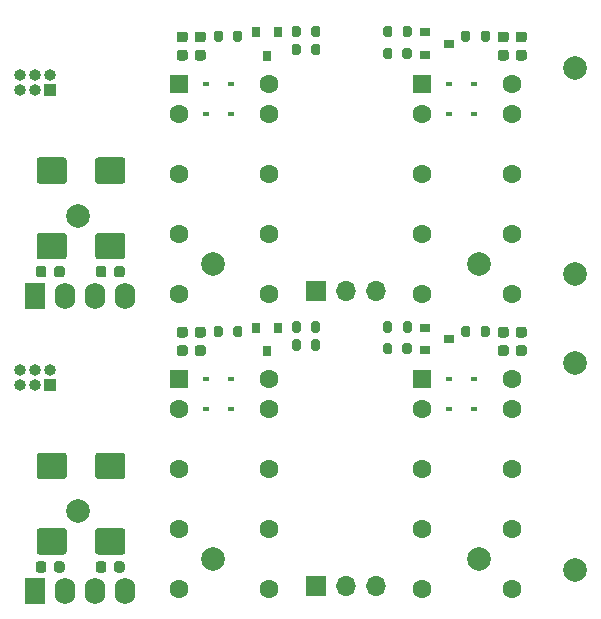
<source format=gbr>
%TF.GenerationSoftware,KiCad,Pcbnew,(5.1.10)-1*%
%TF.CreationDate,2022-01-17T19:26:09+07:00*%
%TF.ProjectId,Fan_controller_v3_pnlz1x2,46616e5f-636f-46e7-9472-6f6c6c65725f,rev?*%
%TF.SameCoordinates,Original*%
%TF.FileFunction,Soldermask,Bot*%
%TF.FilePolarity,Negative*%
%FSLAX46Y46*%
G04 Gerber Fmt 4.6, Leading zero omitted, Abs format (unit mm)*
G04 Created by KiCad (PCBNEW (5.1.10)-1) date 2022-01-17 19:26:09*
%MOMM*%
%LPD*%
G01*
G04 APERTURE LIST*
%ADD10C,2.000000*%
%ADD11R,0.600000X0.450000*%
%ADD12R,1.600000X1.600000*%
%ADD13C,1.600000*%
%ADD14R,1.750000X2.250000*%
%ADD15O,1.750000X2.250000*%
%ADD16O,1.700000X1.700000*%
%ADD17R,1.700000X1.700000*%
%ADD18R,0.800000X0.900000*%
%ADD19R,0.900000X0.800000*%
%ADD20R,1.000000X1.000000*%
%ADD21O,1.000000X1.000000*%
G04 APERTURE END LIST*
%TO.C,C3*%
G36*
G01*
X97241000Y-92491500D02*
X97741000Y-92491500D01*
G75*
G02*
X97966000Y-92716500I0J-225000D01*
G01*
X97966000Y-93166500D01*
G75*
G02*
X97741000Y-93391500I-225000J0D01*
G01*
X97241000Y-93391500D01*
G75*
G02*
X97016000Y-93166500I0J225000D01*
G01*
X97016000Y-92716500D01*
G75*
G02*
X97241000Y-92491500I225000J0D01*
G01*
G37*
G36*
G01*
X97241000Y-94041500D02*
X97741000Y-94041500D01*
G75*
G02*
X97966000Y-94266500I0J-225000D01*
G01*
X97966000Y-94716500D01*
G75*
G02*
X97741000Y-94941500I-225000J0D01*
G01*
X97241000Y-94941500D01*
G75*
G02*
X97016000Y-94716500I0J225000D01*
G01*
X97016000Y-94266500D01*
G75*
G02*
X97241000Y-94041500I225000J0D01*
G01*
G37*
%TD*%
%TO.C,C4*%
G36*
G01*
X95717000Y-92491500D02*
X96217000Y-92491500D01*
G75*
G02*
X96442000Y-92716500I0J-225000D01*
G01*
X96442000Y-93166500D01*
G75*
G02*
X96217000Y-93391500I-225000J0D01*
G01*
X95717000Y-93391500D01*
G75*
G02*
X95492000Y-93166500I0J225000D01*
G01*
X95492000Y-92716500D01*
G75*
G02*
X95717000Y-92491500I225000J0D01*
G01*
G37*
G36*
G01*
X95717000Y-94041500D02*
X96217000Y-94041500D01*
G75*
G02*
X96442000Y-94266500I0J-225000D01*
G01*
X96442000Y-94716500D01*
G75*
G02*
X96217000Y-94941500I-225000J0D01*
G01*
X95717000Y-94941500D01*
G75*
G02*
X95492000Y-94716500I0J225000D01*
G01*
X95492000Y-94266500D01*
G75*
G02*
X95717000Y-94041500I225000J0D01*
G01*
G37*
%TD*%
%TO.C,C11*%
G36*
G01*
X124419000Y-92491500D02*
X124919000Y-92491500D01*
G75*
G02*
X125144000Y-92716500I0J-225000D01*
G01*
X125144000Y-93166500D01*
G75*
G02*
X124919000Y-93391500I-225000J0D01*
G01*
X124419000Y-93391500D01*
G75*
G02*
X124194000Y-93166500I0J225000D01*
G01*
X124194000Y-92716500D01*
G75*
G02*
X124419000Y-92491500I225000J0D01*
G01*
G37*
G36*
G01*
X124419000Y-94041500D02*
X124919000Y-94041500D01*
G75*
G02*
X125144000Y-94266500I0J-225000D01*
G01*
X125144000Y-94716500D01*
G75*
G02*
X124919000Y-94941500I-225000J0D01*
G01*
X124419000Y-94941500D01*
G75*
G02*
X124194000Y-94716500I0J225000D01*
G01*
X124194000Y-94266500D01*
G75*
G02*
X124419000Y-94041500I225000J0D01*
G01*
G37*
%TD*%
%TO.C,C12*%
G36*
G01*
X122895000Y-92491500D02*
X123395000Y-92491500D01*
G75*
G02*
X123620000Y-92716500I0J-225000D01*
G01*
X123620000Y-93166500D01*
G75*
G02*
X123395000Y-93391500I-225000J0D01*
G01*
X122895000Y-93391500D01*
G75*
G02*
X122670000Y-93166500I0J225000D01*
G01*
X122670000Y-92716500D01*
G75*
G02*
X122895000Y-92491500I225000J0D01*
G01*
G37*
G36*
G01*
X122895000Y-94041500D02*
X123395000Y-94041500D01*
G75*
G02*
X123620000Y-94266500I0J-225000D01*
G01*
X123620000Y-94716500D01*
G75*
G02*
X123395000Y-94941500I-225000J0D01*
G01*
X122895000Y-94941500D01*
G75*
G02*
X122670000Y-94716500I0J225000D01*
G01*
X122670000Y-94266500D01*
G75*
G02*
X122895000Y-94041500I225000J0D01*
G01*
G37*
%TD*%
%TO.C,C1*%
G36*
G01*
X85943001Y-111783000D02*
X83892999Y-111783000D01*
G75*
G02*
X83643000Y-111533001I0J249999D01*
G01*
X83643000Y-109782999D01*
G75*
G02*
X83892999Y-109533000I249999J0D01*
G01*
X85943001Y-109533000D01*
G75*
G02*
X86193000Y-109782999I0J-249999D01*
G01*
X86193000Y-111533001D01*
G75*
G02*
X85943001Y-111783000I-249999J0D01*
G01*
G37*
G36*
G01*
X85943001Y-105383000D02*
X83892999Y-105383000D01*
G75*
G02*
X83643000Y-105133001I0J249999D01*
G01*
X83643000Y-103382999D01*
G75*
G02*
X83892999Y-103133000I249999J0D01*
G01*
X85943001Y-103133000D01*
G75*
G02*
X86193000Y-103382999I0J-249999D01*
G01*
X86193000Y-105133001D01*
G75*
G02*
X85943001Y-105383000I-249999J0D01*
G01*
G37*
%TD*%
%TO.C,C2*%
G36*
G01*
X83566000Y-113067000D02*
X83566000Y-112567000D01*
G75*
G02*
X83791000Y-112342000I225000J0D01*
G01*
X84241000Y-112342000D01*
G75*
G02*
X84466000Y-112567000I0J-225000D01*
G01*
X84466000Y-113067000D01*
G75*
G02*
X84241000Y-113292000I-225000J0D01*
G01*
X83791000Y-113292000D01*
G75*
G02*
X83566000Y-113067000I0J225000D01*
G01*
G37*
G36*
G01*
X85116000Y-113067000D02*
X85116000Y-112567000D01*
G75*
G02*
X85341000Y-112342000I225000J0D01*
G01*
X85791000Y-112342000D01*
G75*
G02*
X86016000Y-112567000I0J-225000D01*
G01*
X86016000Y-113067000D01*
G75*
G02*
X85791000Y-113292000I-225000J0D01*
G01*
X85341000Y-113292000D01*
G75*
G02*
X85116000Y-113067000I0J225000D01*
G01*
G37*
%TD*%
%TO.C,C6*%
G36*
G01*
X88646000Y-113067000D02*
X88646000Y-112567000D01*
G75*
G02*
X88871000Y-112342000I225000J0D01*
G01*
X89321000Y-112342000D01*
G75*
G02*
X89546000Y-112567000I0J-225000D01*
G01*
X89546000Y-113067000D01*
G75*
G02*
X89321000Y-113292000I-225000J0D01*
G01*
X88871000Y-113292000D01*
G75*
G02*
X88646000Y-113067000I0J225000D01*
G01*
G37*
G36*
G01*
X90196000Y-113067000D02*
X90196000Y-112567000D01*
G75*
G02*
X90421000Y-112342000I225000J0D01*
G01*
X90871000Y-112342000D01*
G75*
G02*
X91096000Y-112567000I0J-225000D01*
G01*
X91096000Y-113067000D01*
G75*
G02*
X90871000Y-113292000I-225000J0D01*
G01*
X90421000Y-113292000D01*
G75*
G02*
X90196000Y-113067000I0J225000D01*
G01*
G37*
%TD*%
D10*
%TO.C,C7*%
X129241000Y-95545000D03*
X129241000Y-113045000D03*
%TD*%
%TO.C,C9*%
G36*
G01*
X90896001Y-111783000D02*
X88845999Y-111783000D01*
G75*
G02*
X88596000Y-111533001I0J249999D01*
G01*
X88596000Y-109782999D01*
G75*
G02*
X88845999Y-109533000I249999J0D01*
G01*
X90896001Y-109533000D01*
G75*
G02*
X91146000Y-109782999I0J-249999D01*
G01*
X91146000Y-111533001D01*
G75*
G02*
X90896001Y-111783000I-249999J0D01*
G01*
G37*
G36*
G01*
X90896001Y-105383000D02*
X88845999Y-105383000D01*
G75*
G02*
X88596000Y-105133001I0J249999D01*
G01*
X88596000Y-103382999D01*
G75*
G02*
X88845999Y-103133000I249999J0D01*
G01*
X90896001Y-103133000D01*
G75*
G02*
X91146000Y-103382999I0J-249999D01*
G01*
X91146000Y-105133001D01*
G75*
G02*
X90896001Y-105383000I-249999J0D01*
G01*
G37*
%TD*%
D11*
%TO.C,D1*%
X97999000Y-96942000D03*
X100099000Y-96942000D03*
%TD*%
%TO.C,D2*%
X97999000Y-99482000D03*
X100099000Y-99482000D03*
%TD*%
%TO.C,D3*%
X118573000Y-96942000D03*
X120673000Y-96942000D03*
%TD*%
%TO.C,D4*%
X118573000Y-99482000D03*
X120673000Y-99482000D03*
%TD*%
D12*
%TO.C,K1*%
X95713000Y-96942000D03*
D13*
X95713000Y-99482000D03*
X95713000Y-104562000D03*
X95713000Y-109642000D03*
X95713000Y-114722000D03*
X103333000Y-114722000D03*
X103333000Y-109642000D03*
X103333000Y-104562000D03*
X103333000Y-99482000D03*
X103333000Y-96942000D03*
%TD*%
D14*
%TO.C,PS1*%
X83521000Y-114849000D03*
D15*
X86061000Y-114849000D03*
X88601000Y-114849000D03*
X91141000Y-114849000D03*
%TD*%
%TO.C,R5*%
G36*
G01*
X101065000Y-92603000D02*
X101065000Y-93153000D01*
G75*
G02*
X100865000Y-93353000I-200000J0D01*
G01*
X100465000Y-93353000D01*
G75*
G02*
X100265000Y-93153000I0J200000D01*
G01*
X100265000Y-92603000D01*
G75*
G02*
X100465000Y-92403000I200000J0D01*
G01*
X100865000Y-92403000D01*
G75*
G02*
X101065000Y-92603000I0J-200000D01*
G01*
G37*
G36*
G01*
X99415000Y-92603000D02*
X99415000Y-93153000D01*
G75*
G02*
X99215000Y-93353000I-200000J0D01*
G01*
X98815000Y-93353000D01*
G75*
G02*
X98615000Y-93153000I0J200000D01*
G01*
X98615000Y-92603000D01*
G75*
G02*
X98815000Y-92403000I200000J0D01*
G01*
X99215000Y-92403000D01*
G75*
G02*
X99415000Y-92603000I0J-200000D01*
G01*
G37*
%TD*%
%TO.C,R17*%
G36*
G01*
X119571000Y-93153000D02*
X119571000Y-92603000D01*
G75*
G02*
X119771000Y-92403000I200000J0D01*
G01*
X120171000Y-92403000D01*
G75*
G02*
X120371000Y-92603000I0J-200000D01*
G01*
X120371000Y-93153000D01*
G75*
G02*
X120171000Y-93353000I-200000J0D01*
G01*
X119771000Y-93353000D01*
G75*
G02*
X119571000Y-93153000I0J200000D01*
G01*
G37*
G36*
G01*
X121221000Y-93153000D02*
X121221000Y-92603000D01*
G75*
G02*
X121421000Y-92403000I200000J0D01*
G01*
X121821000Y-92403000D01*
G75*
G02*
X122021000Y-92603000I0J-200000D01*
G01*
X122021000Y-93153000D01*
G75*
G02*
X121821000Y-93353000I-200000J0D01*
G01*
X121421000Y-93353000D01*
G75*
G02*
X121221000Y-93153000I0J200000D01*
G01*
G37*
%TD*%
D10*
%TO.C,TP1*%
X87140500Y-108118000D03*
%TD*%
D16*
%TO.C,J1*%
X112350000Y-114468000D03*
X109810000Y-114468000D03*
D17*
X107270000Y-114468000D03*
%TD*%
D13*
%TO.C,K2*%
X123907000Y-96942000D03*
X123907000Y-99482000D03*
X123907000Y-104562000D03*
X123907000Y-109642000D03*
X123907000Y-114722000D03*
X116287000Y-114722000D03*
X116287000Y-109642000D03*
X116287000Y-104562000D03*
X116287000Y-99482000D03*
D12*
X116287000Y-96942000D03*
%TD*%
D18*
%TO.C,Q1*%
X102195000Y-92560500D03*
X104095000Y-92560500D03*
X103145000Y-94560500D03*
%TD*%
D19*
%TO.C,Q5*%
X116541000Y-94460500D03*
X116541000Y-92560500D03*
X118541000Y-93510500D03*
%TD*%
D10*
%TO.C,C5*%
X98613000Y-112182000D03*
X121113000Y-112182000D03*
%TD*%
D20*
%TO.C,J2*%
X84791000Y-97450000D03*
D21*
X84791000Y-96180000D03*
X83521000Y-97450000D03*
X83521000Y-96180000D03*
X82251000Y-97450000D03*
X82251000Y-96180000D03*
%TD*%
%TO.C,R1*%
G36*
G01*
X105219000Y-94296000D02*
X105219000Y-93746000D01*
G75*
G02*
X105419000Y-93546000I200000J0D01*
G01*
X105819000Y-93546000D01*
G75*
G02*
X106019000Y-93746000I0J-200000D01*
G01*
X106019000Y-94296000D01*
G75*
G02*
X105819000Y-94496000I-200000J0D01*
G01*
X105419000Y-94496000D01*
G75*
G02*
X105219000Y-94296000I0J200000D01*
G01*
G37*
G36*
G01*
X106869000Y-94296000D02*
X106869000Y-93746000D01*
G75*
G02*
X107069000Y-93546000I200000J0D01*
G01*
X107469000Y-93546000D01*
G75*
G02*
X107669000Y-93746000I0J-200000D01*
G01*
X107669000Y-94296000D01*
G75*
G02*
X107469000Y-94496000I-200000J0D01*
G01*
X107069000Y-94496000D01*
G75*
G02*
X106869000Y-94296000I0J200000D01*
G01*
G37*
%TD*%
%TO.C,R3*%
G36*
G01*
X107669000Y-92222000D02*
X107669000Y-92772000D01*
G75*
G02*
X107469000Y-92972000I-200000J0D01*
G01*
X107069000Y-92972000D01*
G75*
G02*
X106869000Y-92772000I0J200000D01*
G01*
X106869000Y-92222000D01*
G75*
G02*
X107069000Y-92022000I200000J0D01*
G01*
X107469000Y-92022000D01*
G75*
G02*
X107669000Y-92222000I0J-200000D01*
G01*
G37*
G36*
G01*
X106019000Y-92222000D02*
X106019000Y-92772000D01*
G75*
G02*
X105819000Y-92972000I-200000J0D01*
G01*
X105419000Y-92972000D01*
G75*
G02*
X105219000Y-92772000I0J200000D01*
G01*
X105219000Y-92222000D01*
G75*
G02*
X105419000Y-92022000I200000J0D01*
G01*
X105819000Y-92022000D01*
G75*
G02*
X106019000Y-92222000I0J-200000D01*
G01*
G37*
%TD*%
%TO.C,R13*%
G36*
G01*
X112966000Y-94613500D02*
X112966000Y-94063500D01*
G75*
G02*
X113166000Y-93863500I200000J0D01*
G01*
X113566000Y-93863500D01*
G75*
G02*
X113766000Y-94063500I0J-200000D01*
G01*
X113766000Y-94613500D01*
G75*
G02*
X113566000Y-94813500I-200000J0D01*
G01*
X113166000Y-94813500D01*
G75*
G02*
X112966000Y-94613500I0J200000D01*
G01*
G37*
G36*
G01*
X114616000Y-94613500D02*
X114616000Y-94063500D01*
G75*
G02*
X114816000Y-93863500I200000J0D01*
G01*
X115216000Y-93863500D01*
G75*
G02*
X115416000Y-94063500I0J-200000D01*
G01*
X115416000Y-94613500D01*
G75*
G02*
X115216000Y-94813500I-200000J0D01*
G01*
X114816000Y-94813500D01*
G75*
G02*
X114616000Y-94613500I0J200000D01*
G01*
G37*
%TD*%
%TO.C,R15*%
G36*
G01*
X112967000Y-92772000D02*
X112967000Y-92222000D01*
G75*
G02*
X113167000Y-92022000I200000J0D01*
G01*
X113567000Y-92022000D01*
G75*
G02*
X113767000Y-92222000I0J-200000D01*
G01*
X113767000Y-92772000D01*
G75*
G02*
X113567000Y-92972000I-200000J0D01*
G01*
X113167000Y-92972000D01*
G75*
G02*
X112967000Y-92772000I0J200000D01*
G01*
G37*
G36*
G01*
X114617000Y-92772000D02*
X114617000Y-92222000D01*
G75*
G02*
X114817000Y-92022000I200000J0D01*
G01*
X115217000Y-92022000D01*
G75*
G02*
X115417000Y-92222000I0J-200000D01*
G01*
X115417000Y-92772000D01*
G75*
G02*
X115217000Y-92972000I-200000J0D01*
G01*
X114817000Y-92972000D01*
G75*
G02*
X114617000Y-92772000I0J200000D01*
G01*
G37*
%TD*%
%TO.C,J2*%
X82251000Y-71180000D03*
X82251000Y-72450000D03*
X83521000Y-71180000D03*
X83521000Y-72450000D03*
X84791000Y-71180000D03*
D20*
X84791000Y-72450000D03*
%TD*%
D10*
%TO.C,C5*%
X121113000Y-87182000D03*
X98613000Y-87182000D03*
%TD*%
%TO.C,R15*%
G36*
G01*
X114617000Y-67772000D02*
X114617000Y-67222000D01*
G75*
G02*
X114817000Y-67022000I200000J0D01*
G01*
X115217000Y-67022000D01*
G75*
G02*
X115417000Y-67222000I0J-200000D01*
G01*
X115417000Y-67772000D01*
G75*
G02*
X115217000Y-67972000I-200000J0D01*
G01*
X114817000Y-67972000D01*
G75*
G02*
X114617000Y-67772000I0J200000D01*
G01*
G37*
G36*
G01*
X112967000Y-67772000D02*
X112967000Y-67222000D01*
G75*
G02*
X113167000Y-67022000I200000J0D01*
G01*
X113567000Y-67022000D01*
G75*
G02*
X113767000Y-67222000I0J-200000D01*
G01*
X113767000Y-67772000D01*
G75*
G02*
X113567000Y-67972000I-200000J0D01*
G01*
X113167000Y-67972000D01*
G75*
G02*
X112967000Y-67772000I0J200000D01*
G01*
G37*
%TD*%
%TO.C,R13*%
G36*
G01*
X114616000Y-69613500D02*
X114616000Y-69063500D01*
G75*
G02*
X114816000Y-68863500I200000J0D01*
G01*
X115216000Y-68863500D01*
G75*
G02*
X115416000Y-69063500I0J-200000D01*
G01*
X115416000Y-69613500D01*
G75*
G02*
X115216000Y-69813500I-200000J0D01*
G01*
X114816000Y-69813500D01*
G75*
G02*
X114616000Y-69613500I0J200000D01*
G01*
G37*
G36*
G01*
X112966000Y-69613500D02*
X112966000Y-69063500D01*
G75*
G02*
X113166000Y-68863500I200000J0D01*
G01*
X113566000Y-68863500D01*
G75*
G02*
X113766000Y-69063500I0J-200000D01*
G01*
X113766000Y-69613500D01*
G75*
G02*
X113566000Y-69813500I-200000J0D01*
G01*
X113166000Y-69813500D01*
G75*
G02*
X112966000Y-69613500I0J200000D01*
G01*
G37*
%TD*%
%TO.C,R3*%
G36*
G01*
X106019000Y-67222000D02*
X106019000Y-67772000D01*
G75*
G02*
X105819000Y-67972000I-200000J0D01*
G01*
X105419000Y-67972000D01*
G75*
G02*
X105219000Y-67772000I0J200000D01*
G01*
X105219000Y-67222000D01*
G75*
G02*
X105419000Y-67022000I200000J0D01*
G01*
X105819000Y-67022000D01*
G75*
G02*
X106019000Y-67222000I0J-200000D01*
G01*
G37*
G36*
G01*
X107669000Y-67222000D02*
X107669000Y-67772000D01*
G75*
G02*
X107469000Y-67972000I-200000J0D01*
G01*
X107069000Y-67972000D01*
G75*
G02*
X106869000Y-67772000I0J200000D01*
G01*
X106869000Y-67222000D01*
G75*
G02*
X107069000Y-67022000I200000J0D01*
G01*
X107469000Y-67022000D01*
G75*
G02*
X107669000Y-67222000I0J-200000D01*
G01*
G37*
%TD*%
%TO.C,R1*%
G36*
G01*
X106869000Y-69296000D02*
X106869000Y-68746000D01*
G75*
G02*
X107069000Y-68546000I200000J0D01*
G01*
X107469000Y-68546000D01*
G75*
G02*
X107669000Y-68746000I0J-200000D01*
G01*
X107669000Y-69296000D01*
G75*
G02*
X107469000Y-69496000I-200000J0D01*
G01*
X107069000Y-69496000D01*
G75*
G02*
X106869000Y-69296000I0J200000D01*
G01*
G37*
G36*
G01*
X105219000Y-69296000D02*
X105219000Y-68746000D01*
G75*
G02*
X105419000Y-68546000I200000J0D01*
G01*
X105819000Y-68546000D01*
G75*
G02*
X106019000Y-68746000I0J-200000D01*
G01*
X106019000Y-69296000D01*
G75*
G02*
X105819000Y-69496000I-200000J0D01*
G01*
X105419000Y-69496000D01*
G75*
G02*
X105219000Y-69296000I0J200000D01*
G01*
G37*
%TD*%
D19*
%TO.C,Q5*%
X118541000Y-68510500D03*
X116541000Y-67560500D03*
X116541000Y-69460500D03*
%TD*%
D18*
%TO.C,Q1*%
X103145000Y-69560500D03*
X104095000Y-67560500D03*
X102195000Y-67560500D03*
%TD*%
D12*
%TO.C,K2*%
X116287000Y-71942000D03*
D13*
X116287000Y-74482000D03*
X116287000Y-79562000D03*
X116287000Y-84642000D03*
X116287000Y-89722000D03*
X123907000Y-89722000D03*
X123907000Y-84642000D03*
X123907000Y-79562000D03*
X123907000Y-74482000D03*
X123907000Y-71942000D03*
%TD*%
D17*
%TO.C,J1*%
X107270000Y-89468000D03*
D16*
X109810000Y-89468000D03*
X112350000Y-89468000D03*
%TD*%
D10*
%TO.C,TP1*%
X87140500Y-83118000D03*
%TD*%
%TO.C,R17*%
G36*
G01*
X121221000Y-68153000D02*
X121221000Y-67603000D01*
G75*
G02*
X121421000Y-67403000I200000J0D01*
G01*
X121821000Y-67403000D01*
G75*
G02*
X122021000Y-67603000I0J-200000D01*
G01*
X122021000Y-68153000D01*
G75*
G02*
X121821000Y-68353000I-200000J0D01*
G01*
X121421000Y-68353000D01*
G75*
G02*
X121221000Y-68153000I0J200000D01*
G01*
G37*
G36*
G01*
X119571000Y-68153000D02*
X119571000Y-67603000D01*
G75*
G02*
X119771000Y-67403000I200000J0D01*
G01*
X120171000Y-67403000D01*
G75*
G02*
X120371000Y-67603000I0J-200000D01*
G01*
X120371000Y-68153000D01*
G75*
G02*
X120171000Y-68353000I-200000J0D01*
G01*
X119771000Y-68353000D01*
G75*
G02*
X119571000Y-68153000I0J200000D01*
G01*
G37*
%TD*%
%TO.C,R5*%
G36*
G01*
X99415000Y-67603000D02*
X99415000Y-68153000D01*
G75*
G02*
X99215000Y-68353000I-200000J0D01*
G01*
X98815000Y-68353000D01*
G75*
G02*
X98615000Y-68153000I0J200000D01*
G01*
X98615000Y-67603000D01*
G75*
G02*
X98815000Y-67403000I200000J0D01*
G01*
X99215000Y-67403000D01*
G75*
G02*
X99415000Y-67603000I0J-200000D01*
G01*
G37*
G36*
G01*
X101065000Y-67603000D02*
X101065000Y-68153000D01*
G75*
G02*
X100865000Y-68353000I-200000J0D01*
G01*
X100465000Y-68353000D01*
G75*
G02*
X100265000Y-68153000I0J200000D01*
G01*
X100265000Y-67603000D01*
G75*
G02*
X100465000Y-67403000I200000J0D01*
G01*
X100865000Y-67403000D01*
G75*
G02*
X101065000Y-67603000I0J-200000D01*
G01*
G37*
%TD*%
D15*
%TO.C,PS1*%
X91141000Y-89849000D03*
X88601000Y-89849000D03*
X86061000Y-89849000D03*
D14*
X83521000Y-89849000D03*
%TD*%
D13*
%TO.C,K1*%
X103333000Y-71942000D03*
X103333000Y-74482000D03*
X103333000Y-79562000D03*
X103333000Y-84642000D03*
X103333000Y-89722000D03*
X95713000Y-89722000D03*
X95713000Y-84642000D03*
X95713000Y-79562000D03*
X95713000Y-74482000D03*
D12*
X95713000Y-71942000D03*
%TD*%
D11*
%TO.C,D4*%
X120673000Y-74482000D03*
X118573000Y-74482000D03*
%TD*%
%TO.C,D3*%
X120673000Y-71942000D03*
X118573000Y-71942000D03*
%TD*%
%TO.C,D2*%
X100099000Y-74482000D03*
X97999000Y-74482000D03*
%TD*%
%TO.C,D1*%
X100099000Y-71942000D03*
X97999000Y-71942000D03*
%TD*%
%TO.C,C9*%
G36*
G01*
X90896001Y-80383000D02*
X88845999Y-80383000D01*
G75*
G02*
X88596000Y-80133001I0J249999D01*
G01*
X88596000Y-78382999D01*
G75*
G02*
X88845999Y-78133000I249999J0D01*
G01*
X90896001Y-78133000D01*
G75*
G02*
X91146000Y-78382999I0J-249999D01*
G01*
X91146000Y-80133001D01*
G75*
G02*
X90896001Y-80383000I-249999J0D01*
G01*
G37*
G36*
G01*
X90896001Y-86783000D02*
X88845999Y-86783000D01*
G75*
G02*
X88596000Y-86533001I0J249999D01*
G01*
X88596000Y-84782999D01*
G75*
G02*
X88845999Y-84533000I249999J0D01*
G01*
X90896001Y-84533000D01*
G75*
G02*
X91146000Y-84782999I0J-249999D01*
G01*
X91146000Y-86533001D01*
G75*
G02*
X90896001Y-86783000I-249999J0D01*
G01*
G37*
%TD*%
D10*
%TO.C,C7*%
X129241000Y-88045000D03*
X129241000Y-70545000D03*
%TD*%
%TO.C,C6*%
G36*
G01*
X90196000Y-88067000D02*
X90196000Y-87567000D01*
G75*
G02*
X90421000Y-87342000I225000J0D01*
G01*
X90871000Y-87342000D01*
G75*
G02*
X91096000Y-87567000I0J-225000D01*
G01*
X91096000Y-88067000D01*
G75*
G02*
X90871000Y-88292000I-225000J0D01*
G01*
X90421000Y-88292000D01*
G75*
G02*
X90196000Y-88067000I0J225000D01*
G01*
G37*
G36*
G01*
X88646000Y-88067000D02*
X88646000Y-87567000D01*
G75*
G02*
X88871000Y-87342000I225000J0D01*
G01*
X89321000Y-87342000D01*
G75*
G02*
X89546000Y-87567000I0J-225000D01*
G01*
X89546000Y-88067000D01*
G75*
G02*
X89321000Y-88292000I-225000J0D01*
G01*
X88871000Y-88292000D01*
G75*
G02*
X88646000Y-88067000I0J225000D01*
G01*
G37*
%TD*%
%TO.C,C2*%
G36*
G01*
X85116000Y-88067000D02*
X85116000Y-87567000D01*
G75*
G02*
X85341000Y-87342000I225000J0D01*
G01*
X85791000Y-87342000D01*
G75*
G02*
X86016000Y-87567000I0J-225000D01*
G01*
X86016000Y-88067000D01*
G75*
G02*
X85791000Y-88292000I-225000J0D01*
G01*
X85341000Y-88292000D01*
G75*
G02*
X85116000Y-88067000I0J225000D01*
G01*
G37*
G36*
G01*
X83566000Y-88067000D02*
X83566000Y-87567000D01*
G75*
G02*
X83791000Y-87342000I225000J0D01*
G01*
X84241000Y-87342000D01*
G75*
G02*
X84466000Y-87567000I0J-225000D01*
G01*
X84466000Y-88067000D01*
G75*
G02*
X84241000Y-88292000I-225000J0D01*
G01*
X83791000Y-88292000D01*
G75*
G02*
X83566000Y-88067000I0J225000D01*
G01*
G37*
%TD*%
%TO.C,C1*%
G36*
G01*
X85943001Y-80383000D02*
X83892999Y-80383000D01*
G75*
G02*
X83643000Y-80133001I0J249999D01*
G01*
X83643000Y-78382999D01*
G75*
G02*
X83892999Y-78133000I249999J0D01*
G01*
X85943001Y-78133000D01*
G75*
G02*
X86193000Y-78382999I0J-249999D01*
G01*
X86193000Y-80133001D01*
G75*
G02*
X85943001Y-80383000I-249999J0D01*
G01*
G37*
G36*
G01*
X85943001Y-86783000D02*
X83892999Y-86783000D01*
G75*
G02*
X83643000Y-86533001I0J249999D01*
G01*
X83643000Y-84782999D01*
G75*
G02*
X83892999Y-84533000I249999J0D01*
G01*
X85943001Y-84533000D01*
G75*
G02*
X86193000Y-84782999I0J-249999D01*
G01*
X86193000Y-86533001D01*
G75*
G02*
X85943001Y-86783000I-249999J0D01*
G01*
G37*
%TD*%
%TO.C,C12*%
G36*
G01*
X122895000Y-69041500D02*
X123395000Y-69041500D01*
G75*
G02*
X123620000Y-69266500I0J-225000D01*
G01*
X123620000Y-69716500D01*
G75*
G02*
X123395000Y-69941500I-225000J0D01*
G01*
X122895000Y-69941500D01*
G75*
G02*
X122670000Y-69716500I0J225000D01*
G01*
X122670000Y-69266500D01*
G75*
G02*
X122895000Y-69041500I225000J0D01*
G01*
G37*
G36*
G01*
X122895000Y-67491500D02*
X123395000Y-67491500D01*
G75*
G02*
X123620000Y-67716500I0J-225000D01*
G01*
X123620000Y-68166500D01*
G75*
G02*
X123395000Y-68391500I-225000J0D01*
G01*
X122895000Y-68391500D01*
G75*
G02*
X122670000Y-68166500I0J225000D01*
G01*
X122670000Y-67716500D01*
G75*
G02*
X122895000Y-67491500I225000J0D01*
G01*
G37*
%TD*%
%TO.C,C11*%
G36*
G01*
X124419000Y-69041500D02*
X124919000Y-69041500D01*
G75*
G02*
X125144000Y-69266500I0J-225000D01*
G01*
X125144000Y-69716500D01*
G75*
G02*
X124919000Y-69941500I-225000J0D01*
G01*
X124419000Y-69941500D01*
G75*
G02*
X124194000Y-69716500I0J225000D01*
G01*
X124194000Y-69266500D01*
G75*
G02*
X124419000Y-69041500I225000J0D01*
G01*
G37*
G36*
G01*
X124419000Y-67491500D02*
X124919000Y-67491500D01*
G75*
G02*
X125144000Y-67716500I0J-225000D01*
G01*
X125144000Y-68166500D01*
G75*
G02*
X124919000Y-68391500I-225000J0D01*
G01*
X124419000Y-68391500D01*
G75*
G02*
X124194000Y-68166500I0J225000D01*
G01*
X124194000Y-67716500D01*
G75*
G02*
X124419000Y-67491500I225000J0D01*
G01*
G37*
%TD*%
%TO.C,C4*%
G36*
G01*
X95717000Y-69041500D02*
X96217000Y-69041500D01*
G75*
G02*
X96442000Y-69266500I0J-225000D01*
G01*
X96442000Y-69716500D01*
G75*
G02*
X96217000Y-69941500I-225000J0D01*
G01*
X95717000Y-69941500D01*
G75*
G02*
X95492000Y-69716500I0J225000D01*
G01*
X95492000Y-69266500D01*
G75*
G02*
X95717000Y-69041500I225000J0D01*
G01*
G37*
G36*
G01*
X95717000Y-67491500D02*
X96217000Y-67491500D01*
G75*
G02*
X96442000Y-67716500I0J-225000D01*
G01*
X96442000Y-68166500D01*
G75*
G02*
X96217000Y-68391500I-225000J0D01*
G01*
X95717000Y-68391500D01*
G75*
G02*
X95492000Y-68166500I0J225000D01*
G01*
X95492000Y-67716500D01*
G75*
G02*
X95717000Y-67491500I225000J0D01*
G01*
G37*
%TD*%
%TO.C,C3*%
G36*
G01*
X97241000Y-69041500D02*
X97741000Y-69041500D01*
G75*
G02*
X97966000Y-69266500I0J-225000D01*
G01*
X97966000Y-69716500D01*
G75*
G02*
X97741000Y-69941500I-225000J0D01*
G01*
X97241000Y-69941500D01*
G75*
G02*
X97016000Y-69716500I0J225000D01*
G01*
X97016000Y-69266500D01*
G75*
G02*
X97241000Y-69041500I225000J0D01*
G01*
G37*
G36*
G01*
X97241000Y-67491500D02*
X97741000Y-67491500D01*
G75*
G02*
X97966000Y-67716500I0J-225000D01*
G01*
X97966000Y-68166500D01*
G75*
G02*
X97741000Y-68391500I-225000J0D01*
G01*
X97241000Y-68391500D01*
G75*
G02*
X97016000Y-68166500I0J225000D01*
G01*
X97016000Y-67716500D01*
G75*
G02*
X97241000Y-67491500I225000J0D01*
G01*
G37*
%TD*%
M02*

</source>
